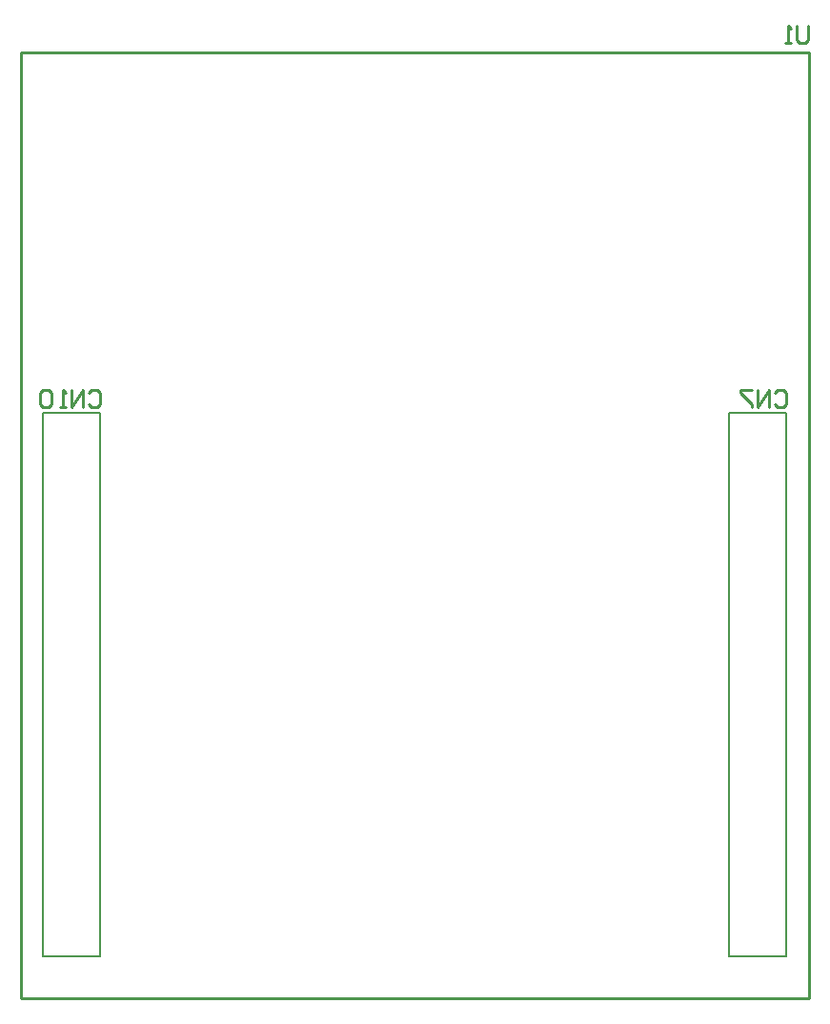
<source format=gbo>
G04*
G04 #@! TF.GenerationSoftware,Altium Limited,Altium Designer,21.6.4 (81)*
G04*
G04 Layer_Color=32896*
%FSLAX25Y25*%
%MOIN*%
G70*
G04*
G04 #@! TF.SameCoordinates,A847D882-0BDF-4909-9EFC-D743794CE1D5*
G04*
G04*
G04 #@! TF.FilePolarity,Positive*
G04*
G01*
G75*
%ADD10C,0.00787*%
%ADD13C,0.01000*%
D10*
X47500Y25000D02*
X67500D01*
X47500Y215000D02*
X67500D01*
X47500Y25000D02*
Y215000D01*
X67500Y25000D02*
Y215000D01*
X287500Y25000D02*
X307500D01*
X287500Y215000D02*
X307500D01*
X287500Y25000D02*
Y215000D01*
X307500Y25000D02*
Y215000D01*
D13*
X315492Y10295D02*
Y340905D01*
X39803Y10295D02*
X315492D01*
X39803D02*
Y340905D01*
X315492D01*
X63501Y221998D02*
X64501Y222998D01*
X66500D01*
X67500Y221998D01*
Y218000D01*
X66500Y217000D01*
X64501D01*
X63501Y218000D01*
X61502Y217000D02*
Y222998D01*
X57503Y217000D01*
Y222998D01*
X55504Y217000D02*
X53505D01*
X54504D01*
Y222998D01*
X55504Y221998D01*
X50506D02*
X49506Y222998D01*
X47506D01*
X46507Y221998D01*
Y218000D01*
X47506Y217000D01*
X49506D01*
X50506Y218000D01*
Y221998D01*
X303501D02*
X304501Y222998D01*
X306500D01*
X307500Y221998D01*
Y218000D01*
X306500Y217000D01*
X304501D01*
X303501Y218000D01*
X301502Y217000D02*
Y222998D01*
X297503Y217000D01*
Y222998D01*
X295504D02*
X291505D01*
Y221998D01*
X295504Y218000D01*
Y217000D01*
X315000Y350398D02*
Y345400D01*
X314000Y344400D01*
X312001D01*
X311001Y345400D01*
Y350398D01*
X309002Y344400D02*
X307003D01*
X308002D01*
Y350398D01*
X309002Y349398D01*
M02*

</source>
